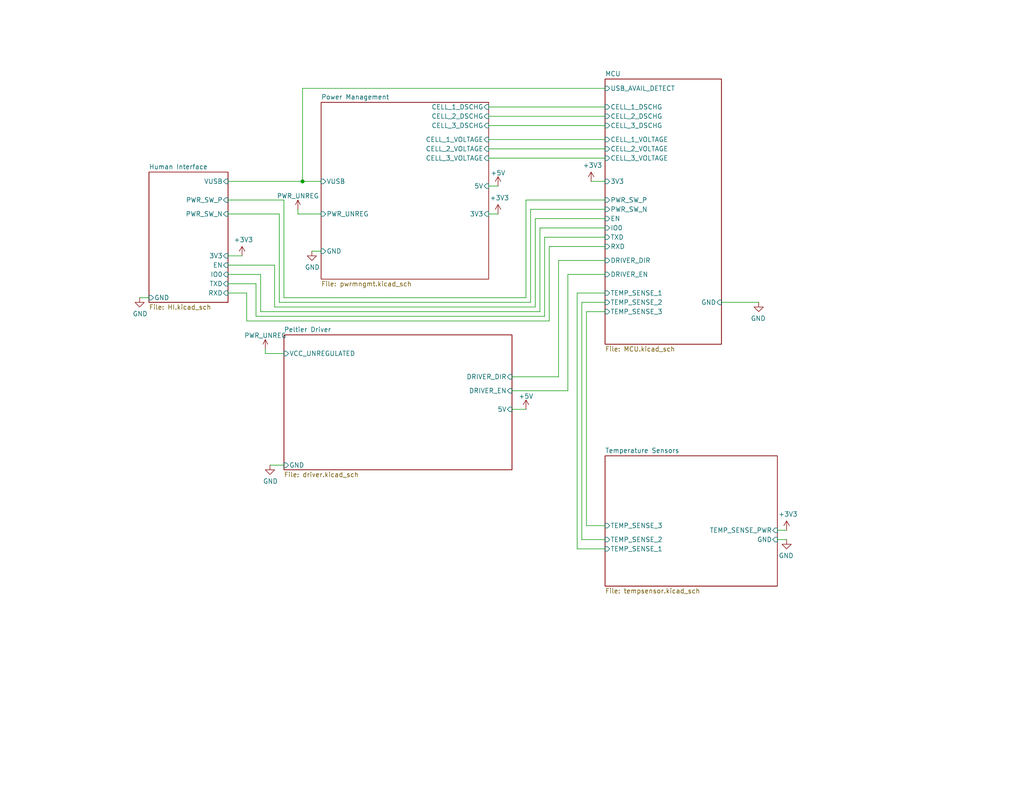
<source format=kicad_sch>
(kicad_sch (version 20211123) (generator eeschema)
  (paper "USLetter")
  (title_block (title "Overview") (date "2022-03-18") (comment 1 "Engineer/Draftsman: Joesphan Lu"))
  (lib_symbols
    (symbol "1KicadPowerLib:PWR_UNREG" (power) (pin_names (offset 0))
      (property "Value" "PWR_UNREG" (at 0 3.175 0))
      (symbol "PWR_UNREG_0_1"
        (polyline (pts (xy 0 1.27) (xy 0 -1.27)) (stroke (width 0.1524)))
        (polyline (pts (xy -0.635 0) (xy 0 1.27) (xy 0.635 0)) (stroke (width 0.1524)))
      )
      (symbol "PWR_UNREG_1_1"
        (pin power_in line (at 0 -1.27 90) (length 0) hide (name "PWR_UNREG") (number "1"))
      )
    )
    (symbol "power:+3V3" (power) (pin_names (offset 0))
      (property "Value" "+3V3" (at 0 3.556 0))
      (symbol "+3V3_0_1"
        (polyline (pts (xy -0.762 1.27) (xy 0 2.54)))
        (polyline (pts (xy 0 0) (xy 0 2.54)))
        (polyline (pts (xy 0 2.54) (xy 0.762 1.27)))
      )
      (symbol "+3V3_1_1"
        (pin power_in line (at 0 0 90) (length 0) hide (name "+3V3") (number "1"))
      )
    )
    (symbol "power:+5V" (power) (pin_names (offset 0))
      (property "Value" "+5V" (at 0 3.556 0))
      (symbol "+5V_0_1"
        (polyline (pts (xy -0.762 1.27) (xy 0 2.54)))
        (polyline (pts (xy 0 0) (xy 0 2.54)))
        (polyline (pts (xy 0 2.54) (xy 0.762 1.27)))
      )
      (symbol "+5V_1_1"
        (pin power_in line (at 0 0 90) (length 0) hide (name "+5V") (number "1"))
      )
    )
    (symbol "power:GND" (power) (pin_names (offset 0))
      (property "Value" "GND" (at 0 -3.81 0))
      (symbol "GND_0_1"
        (polyline (pts (xy 0 0) (xy 0 -1.27) (xy 1.27 -1.27) (xy 0 -2.54) (xy -1.27 -1.27) (xy 0 -1.27)))
      )
      (symbol "GND_1_1"
        (pin power_in line (at 0 0 270) (length 0) hide (name "GND") (number "1"))
      )
    )
  )
  (junction (at 82.55 49.53))
  (wire (pts (xy 77.47 54.61) (xy 77.47 81.28)))
  (wire (pts (xy 196.85 82.55) (xy 207.01 82.55)))
  (wire (pts (xy 144.78 57.15) (xy 165.1 57.15)))
  (wire (pts (xy 147.32 62.23) (xy 165.1 62.23)))
  (wire (pts (xy 214.63 144.78) (xy 212.09 144.78)))
  (wire (pts (xy 38.1 81.28) (xy 40.64 81.28)))
  (wire (pts (xy 69.85 77.47) (xy 69.85 86.36)))
  (wire (pts (xy 149.86 87.63) (xy 67.31 87.63)))
  (wire (pts (xy 62.23 54.61) (xy 77.47 54.61)))
  (wire (pts (xy 161.29 49.53) (xy 165.1 49.53)))
  (wire (pts (xy 149.86 67.31) (xy 149.86 87.63)))
  (wire (pts (xy 157.48 149.86) (xy 165.1 149.86)))
  (wire (pts (xy 147.32 85.09) (xy 147.32 62.23)))
  (wire (pts (xy 152.4 71.12) (xy 165.1 71.12)))
  (wire (pts (xy 146.05 59.69) (xy 146.05 83.82)))
  (wire (pts (xy 62.23 69.85) (xy 66.04 69.85)))
  (wire (pts (xy 139.7 106.68) (xy 154.94 106.68)))
  (wire (pts (xy 67.31 87.63) (xy 67.31 80.01)))
  (wire (pts (xy 82.55 24.13) (xy 165.1 24.13)))
  (wire (pts (xy 69.85 86.36) (xy 148.59 86.36)))
  (wire (pts (xy 165.1 59.69) (xy 146.05 59.69)))
  (wire (pts (xy 67.31 80.01) (xy 62.23 80.01)))
  (wire (pts (xy 212.09 147.32) (xy 214.63 147.32)))
  (wire (pts (xy 71.12 85.09) (xy 147.32 85.09)))
  (wire (pts (xy 133.35 31.75) (xy 165.1 31.75)))
  (wire (pts (xy 152.4 102.87) (xy 152.4 71.12)))
  (wire (pts (xy 76.2 82.55) (xy 144.78 82.55)))
  (wire (pts (xy 82.55 24.13) (xy 82.55 49.53)))
  (wire (pts (xy 139.7 102.87) (xy 152.4 102.87)))
  (wire (pts (xy 72.39 96.52) (xy 77.47 96.52)))
  (wire (pts (xy 135.89 58.42) (xy 133.35 58.42)))
  (wire (pts (xy 72.39 95.25) (xy 72.39 96.52)))
  (wire (pts (xy 133.35 29.21) (xy 165.1 29.21)))
  (wire (pts (xy 62.23 58.42) (xy 76.2 58.42)))
  (wire (pts (xy 81.28 58.42) (xy 87.63 58.42)))
  (wire (pts (xy 74.93 83.82) (xy 74.93 72.39)))
  (wire (pts (xy 157.48 80.01) (xy 157.48 149.86)))
  (wire (pts (xy 77.47 127) (xy 73.66 127)))
  (wire (pts (xy 160.02 85.09) (xy 160.02 143.51)))
  (wire (pts (xy 133.35 43.18) (xy 165.1 43.18)))
  (wire (pts (xy 77.47 81.28) (xy 143.51 81.28)))
  (wire (pts (xy 165.1 85.09) (xy 160.02 85.09)))
  (wire (pts (xy 143.51 54.61) (xy 165.1 54.61)))
  (wire (pts (xy 154.94 106.68) (xy 154.94 74.93)))
  (wire (pts (xy 148.59 86.36) (xy 148.59 64.77)))
  (wire (pts (xy 154.94 74.93) (xy 165.1 74.93)))
  (wire (pts (xy 71.12 74.93) (xy 71.12 85.09)))
  (wire (pts (xy 87.63 49.53) (xy 82.55 49.53)))
  (wire (pts (xy 81.28 57.15) (xy 81.28 58.42)))
  (wire (pts (xy 160.02 143.51) (xy 165.1 143.51)))
  (wire (pts (xy 143.51 81.28) (xy 143.51 54.61)))
  (wire (pts (xy 165.1 67.31) (xy 149.86 67.31)))
  (wire (pts (xy 158.75 82.55) (xy 165.1 82.55)))
  (wire (pts (xy 165.1 80.01) (xy 157.48 80.01)))
  (wire (pts (xy 82.55 49.53) (xy 62.23 49.53)))
  (wire (pts (xy 146.05 83.82) (xy 74.93 83.82)))
  (wire (pts (xy 85.09 68.58) (xy 87.63 68.58)))
  (wire (pts (xy 62.23 77.47) (xy 69.85 77.47)))
  (wire (pts (xy 133.35 50.8) (xy 135.89 50.8)))
  (wire (pts (xy 133.35 40.64) (xy 165.1 40.64)))
  (wire (pts (xy 74.93 72.39) (xy 62.23 72.39)))
  (wire (pts (xy 148.59 64.77) (xy 165.1 64.77)))
  (wire (pts (xy 144.78 82.55) (xy 144.78 57.15)))
  (wire (pts (xy 133.35 38.1) (xy 165.1 38.1)))
  (wire (pts (xy 139.7 111.76) (xy 143.51 111.76)))
  (wire (pts (xy 165.1 147.32) (xy 158.75 147.32)))
  (wire (pts (xy 62.23 74.93) (xy 71.12 74.93)))
  (wire (pts (xy 158.75 147.32) (xy 158.75 82.55)))
  (wire (pts (xy 76.2 58.42) (xy 76.2 82.55)))
  (wire (pts (xy 133.35 34.29) (xy 165.1 34.29)))
  (symbol (lib_id "power:GND") (at 85.09 68.58 0) (unit 1)
    (property "Reference" "#PWR0126" (effects hide))
    (property "Value" "GND" (at 85.217 72.9742 0))
  )
  (symbol (lib_id "power:GND") (at 38.1 81.28 0) (unit 1)
    (property "Reference" "#PWR0129" (effects hide))
    (property "Value" "GND" (at 38.227 85.6742 0))
  )
  (symbol (lib_id "power:GND") (at 73.66 127 0) (unit 1)
    (property "Reference" "#PWR0138" (effects hide))
    (property "Value" "GND" (at 73.787 131.3942 0))
  )
  (symbol (lib_id "power:GND") (at 207.01 82.55 0) (mirror y) (unit 1)
    (property "Reference" "#PWR0139" (effects hide))
    (property "Value" "GND" (at 206.883 86.9442 0))
  )
  (symbol (lib_id "power:+3V3") (at 135.89 58.42 0) (unit 1)
    (property "Reference" "#PWR0140" (effects hide))
    (property "Value" "+3V3" (at 136.271 54.0258 0))
  )
  (symbol (lib_id "power:+3V3") (at 161.29 49.53 0) (unit 1)
    (property "Reference" "#PWR0141" (effects hide))
    (property "Value" "+3V3" (at 161.671 45.1358 0))
  )
  (symbol (lib_id "power:+3V3") (at 214.63 144.78 0) (unit 1)
    (property "Reference" "#PWR0142" (effects hide))
    (property "Value" "+3V3" (at 215.011 140.3858 0))
  )
  (symbol (lib_id "power:GND") (at 214.63 147.32 0) (mirror y) (unit 1)
    (property "Reference" "#PWR0143" (effects hide))
    (property "Value" "GND" (at 214.503 151.7142 0))
  )
  (symbol (lib_id "1KicadPowerLib:PWR_UNREG") (at 72.39 93.98 0) (unit 1)
    (property "Reference" "#PWR_UNREG0104" (effects hide))
    (property "Value" "PWR_UNREG" (at 72.39 91.598 0))
  )
  (symbol (lib_id "1KicadPowerLib:PWR_UNREG") (at 81.28 55.88 0) (unit 1)
    (property "Reference" "#PWR_UNREG0101" (effects hide))
    (property "Value" "PWR_UNREG" (at 81.28 53.498 0))
  )
  (symbol (lib_id "power:+5V") (at 135.89 50.8 0) (unit 1)
    (property "Reference" "#PWR0106" (effects hide))
    (property "Value" "+5V" (at 135.89 47.2242 0))
  )
  (symbol (lib_id "power:+5V") (at 143.51 111.76 0) (unit 1)
    (property "Reference" "#PWR0111" (effects hide))
    (property "Value" "+5V" (at 143.51 108.1842 0))
  )
  (symbol (lib_id "power:+3V3") (at 66.04 69.85 0) (unit 1)
    (property "Reference" "#PWR0115" (effects hide))
    (property "Value" "+3V3" (at 66.421 65.4558 0))
  )
  (sheet (at 87.63 27.94) (size 45.72 48.26)
    (property "Sheet name" "Power Management" (at 87.63 27.2284 0) (effects (justify left bottom)))
    (property "Sheet file" "pwrmngmt.kicad_sch" (at 87.63 76.7846 0) (effects (justify left top)))
    (pin "GND" input (at 87.63 68.58 180))
    (pin "3V3" input (at 133.35 58.42 0))
    (pin "VUSB" input (at 87.63 49.53 180))
    (pin "CELL_3_VOLTAGE" input (at 133.35 43.18 0))
    (pin "CELL_2_VOLTAGE" input (at 133.35 40.64 0))
    (pin "CELL_1_VOLTAGE" input (at 133.35 38.1 0))
    (pin "CELL_1_DSCHG" input (at 133.35 29.21 0))
    (pin "CELL_3_DSCHG" input (at 133.35 34.29 0))
    (pin "CELL_2_DSCHG" input (at 133.35 31.75 0))
    (pin "5V" input (at 133.35 50.8 0))
    (pin "PWR_UNREG" input (at 87.63 58.42 180))
  )
  (sheet (at 165.1 21.59) (size 31.75 72.39)
    (property "Sheet name" "MCU" (at 165.1 20.8784 0) (effects (justify left bottom)))
    (property "Sheet file" "MCU.kicad_sch" (at 165.1 94.5646 0) (effects (justify left top)))
    (pin "3V3" input (at 165.1 49.53 180))
    (pin "GND" input (at 196.85 82.55 0))
    (pin "RXD" input (at 165.1 67.31 180))
    (pin "TXD" input (at 165.1 64.77 180))
    (pin "TEMP_SENSE_1" input (at 165.1 80.01 180))
    (pin "TEMP_SENSE_2" input (at 165.1 82.55 180))
    (pin "TEMP_SENSE_3" input (at 165.1 85.09 180))
    (pin "CELL_1_DSCHG" input (at 165.1 29.21 180))
    (pin "CELL_3_DSCHG" input (at 165.1 34.29 180))
    (pin "CELL_2_DSCHG" input (at 165.1 31.75 180))
    (pin "CELL_1_VOLTAGE" input (at 165.1 38.1 180))
    (pin "CELL_3_VOLTAGE" input (at 165.1 43.18 180))
    (pin "CELL_2_VOLTAGE" input (at 165.1 40.64 180))
    (pin "USB_AVAIL_DETECT" input (at 165.1 24.13 180))
    (pin "DRIVER_EN" input (at 165.1 74.93 180))
    (pin "DRIVER_DIR" input (at 165.1 71.12 180))
    (pin "IO0" input (at 165.1 62.23 180))
    (pin "EN" input (at 165.1 59.69 180))
    (pin "PWR_SW_N" input (at 165.1 57.15 180))
    (pin "PWR_SW_P" input (at 165.1 54.61 180))
  )
  (sheet (at 40.64 46.99) (size 21.59 35.56)
    (property "Sheet name" "Human Interface" (at 40.64 46.2784 0) (effects (justify left bottom)))
    (property "Sheet file" "HI.kicad_sch" (at 40.64 83.1346 0) (effects (justify left top)))
    (pin "TXD" input (at 62.23 77.47 0))
    (pin "RXD" input (at 62.23 80.01 0))
    (pin "GND" input (at 40.64 81.28 180))
    (pin "VUSB" input (at 62.23 49.53 0))
    (pin "PWR_SW_P" input (at 62.23 54.61 0))
    (pin "EN" input (at 62.23 72.39 0))
    (pin "IO0" input (at 62.23 74.93 0))
    (pin "3V3" input (at 62.23 69.85 0))
    (pin "PWR_SW_N" input (at 62.23 58.42 0))
  )
  (sheet (at 77.47 91.44) (size 62.23 36.83)
    (property "Sheet name" "Peltier Driver" (at 77.47 90.7284 0) (effects (justify left bottom)))
    (property "Sheet file" "driver.kicad_sch" (at 77.47 128.8546 0) (effects (justify left top)))
    (pin "VCC_UNREGULATED" input (at 77.47 96.52 180))
    (pin "GND" input (at 77.47 127 180))
    (pin "DRIVER_DIR" input (at 139.7 102.87 0))
    (pin "DRIVER_EN" input (at 139.7 106.68 0))
    (pin "5V" input (at 139.7 111.76 0))
  )
  (sheet (at 165.1 124.46) (size 46.99 35.56)
    (property "Sheet name" "Temperature Sensors" (at 165.1 123.7484 0) (effects (justify left bottom)))
    (property "Sheet file" "tempsensor.kicad_sch" (at 165.1 160.6046 0) (effects (justify left top)))
    (pin "TEMP_SENSE_1" input (at 165.1 149.86 180))
    (pin "TEMP_SENSE_2" input (at 165.1 147.32 180))
    (pin "TEMP_SENSE_3" input (at 165.1 143.51 180))
    (pin "TEMP_SENSE_PWR" input (at 212.09 144.78 0))
    (pin "GND" input (at 212.09 147.32 0))
  )
)
</source>
